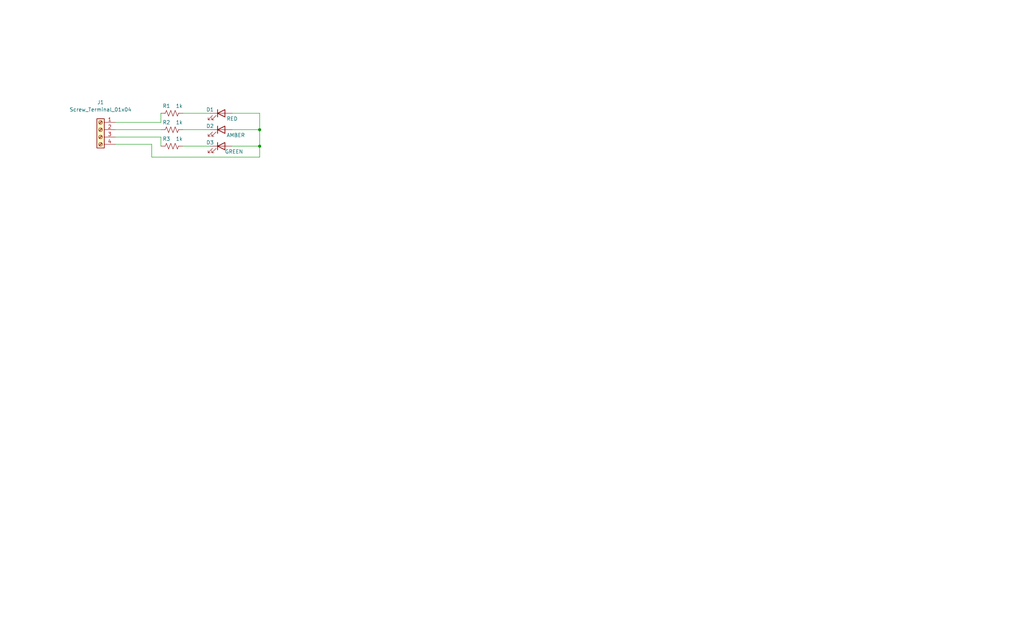
<source format=kicad_sch>
(kicad_sch (version 20211123) (generator eeschema)
  (paper "USLegal")
  (title_block (title "MSS Cascade Basic v1.0") (company "Iowa Scaled Engineering"))
  (lib_symbols
    (symbol "Connector:Screw_Terminal_01x04" (pin_names (offset 1.016) hide)
      (property "Reference" "J" (at 0 5.08 0))
      (property "Value" "Screw_Terminal_01x04" (at 0 -7.62 0))
      (symbol "Screw_Terminal_01x04_1_1"
        (rectangle (start -1.27 3.81) (end 1.27 -6.35) (stroke (width 0.254)) (fill (type background)))
        (circle (center 0 -5.08) (radius 0.635) (stroke (width 0.1524)))
        (circle (center 0 -2.54) (radius 0.635) (stroke (width 0.1524)))
        (polyline (pts (xy -0.5334 -4.7498) (xy 0.3302 -5.588)) (stroke (width 0.1524)))
        (polyline (pts (xy -0.5334 -2.2098) (xy 0.3302 -3.048)) (stroke (width 0.1524)))
        (polyline (pts (xy -0.5334 0.3302) (xy 0.3302 -0.508)) (stroke (width 0.1524)))
        (polyline (pts (xy -0.5334 2.8702) (xy 0.3302 2.032)) (stroke (width 0.1524)))
        (polyline (pts (xy -0.3556 -4.572) (xy 0.508 -5.4102)) (stroke (width 0.1524)))
        (polyline (pts (xy -0.3556 -2.032) (xy 0.508 -2.8702)) (stroke (width 0.1524)))
        (polyline (pts (xy -0.3556 0.508) (xy 0.508 -0.3302)) (stroke (width 0.1524)))
        (polyline (pts (xy -0.3556 3.048) (xy 0.508 2.2098)) (stroke (width 0.1524)))
        (circle (center 0 0) (radius 0.635) (stroke (width 0.1524)))
        (circle (center 0 2.54) (radius 0.635) (stroke (width 0.1524)))
        (pin passive line (at -5.08 2.54 0) (length 3.81) (name "Pin_1") (number "1"))
        (pin passive line (at -5.08 0 0) (length 3.81) (name "Pin_2") (number "2"))
        (pin passive line (at -5.08 -2.54 0) (length 3.81) (name "Pin_3") (number "3"))
        (pin passive line (at -5.08 -5.08 0) (length 3.81) (name "Pin_4") (number "4"))
      )
    )
    (symbol "Device:LED" (pin_numbers hide) (pin_names (offset 1.016) hide)
      (property "Reference" "D" (at 0 2.54 0))
      (property "Value" "LED" (at 0 -2.54 0))
      (symbol "LED_0_1"
        (polyline (pts (xy -1.27 -1.27) (xy -1.27 1.27)) (stroke (width 0.254)))
        (polyline (pts (xy -1.27 0) (xy 1.27 0)))
        (polyline (pts (xy 1.27 -1.27) (xy 1.27 1.27) (xy -1.27 0) (xy 1.27 -1.27)) (stroke (width 0.254)))
        (polyline (pts (xy -3.048 -0.762) (xy -4.572 -2.286) (xy -3.81 -2.286) (xy -4.572 -2.286) (xy -4.572 -1.524)))
        (polyline (pts (xy -1.778 -0.762) (xy -3.302 -2.286) (xy -2.54 -2.286) (xy -3.302 -2.286) (xy -3.302 -1.524)))
      )
      (symbol "LED_1_1"
        (pin passive line (at -3.81 0 0) (length 2.54) (name "K") (number "1"))
        (pin passive line (at 3.81 0 180) (length 2.54) (name "A") (number "2"))
      )
    )
    (symbol "Device:R_US" (pin_numbers hide) (pin_names (offset 0))
      (property "Reference" "R" (at 2.54 0 90))
      (property "Value" "R_US" (at -2.54 0 90))
      (symbol "R_US_0_1"
        (polyline (pts (xy 0 -2.286) (xy 0 -2.54)))
        (polyline (pts (xy 0 2.286) (xy 0 2.54)))
        (polyline (pts (xy 0 -0.762) (xy 1.016 -1.143) (xy 0 -1.524) (xy -1.016 -1.905) (xy 0 -2.286)))
        (polyline (pts (xy 0 0.762) (xy 1.016 0.381) (xy 0 0) (xy -1.016 -0.381) (xy 0 -0.762)))
        (polyline (pts (xy 0 2.286) (xy 1.016 1.905) (xy 0 1.524) (xy -1.016 1.143) (xy 0 0.762)))
      )
      (symbol "R_US_1_1"
        (pin passive line (at 0 3.81 270) (length 1.27) (name "~") (number "1"))
        (pin passive line (at 0 -3.81 90) (length 1.27) (name "~") (number "2"))
      )
    )
    (symbol "Mechanical:MountingHole_Pad" (pin_numbers hide) (pin_names (offset 1.016) hide)
      (property "Reference" "H" (at 0 6.35 0))
      (property "Value" "MountingHole_Pad" (at 0 4.445 0))
      (symbol "MountingHole_Pad_0_1"
        (circle (center 0 1.27) (radius 1.27) (stroke (width 1.27)))
      )
      (symbol "MountingHole_Pad_1_1"
        (pin input line (at 0 -2.54 90) (length 2.54) (name "1") (number "1"))
      )
    )
  )
  (junction (at 90.17 50.8))
  (junction (at 90.17 45.085))
  (wire (pts (xy 63.5 39.37) (xy 73.025 39.37)))
  (wire (pts (xy 80.645 39.37) (xy 90.17 39.37)))
  (wire (pts (xy 80.645 50.8) (xy 90.17 50.8)))
  (wire (pts (xy 40.005 50.165) (xy 52.705 50.165)))
  (wire (pts (xy 55.88 42.545) (xy 55.88 39.37)))
  (wire (pts (xy 52.705 54.61) (xy 90.17 54.61)))
  (wire (pts (xy 90.17 50.8) (xy 90.17 54.61)))
  (wire (pts (xy 52.705 50.165) (xy 52.705 54.61)))
  (wire (pts (xy 90.17 45.085) (xy 90.17 50.8)))
  (wire (pts (xy 90.17 39.37) (xy 90.17 45.085)))
  (wire (pts (xy 40.005 47.625) (xy 55.88 47.625)))
  (wire (pts (xy 40.005 45.085) (xy 55.88 45.085)))
  (wire (pts (xy 40.005 42.545) (xy 55.88 42.545)))
  (wire (pts (xy 55.88 47.625) (xy 55.88 50.8)))
  (wire (pts (xy 63.5 50.8) (xy 73.025 50.8)))
  (wire (pts (xy 80.645 45.085) (xy 90.17 45.085)))
  (wire (pts (xy 63.5 45.085) (xy 73.025 45.085)))
  (symbol (lib_id "Connector:Screw_Terminal_01x04") (at 34.925 45.085 0) (mirror y) (unit 1)
    (property "Reference" "J1" (at 34.925 35.56 0))
    (property "Value" "Screw_Terminal_01x04" (at 34.925 38.1 0))
    (property "Footprint" "TerminalBlock_Phoenix:TerminalBlock_Phoenix_MPT-0,5-4-2.54_1x04_P2.54mm_Horizontal" (effects hide))
  )
  (symbol (lib_id "Device:R_US") (at 59.69 45.085 270) (unit 1)
    (property "Reference" "R2" (at 57.785 42.545 90))
    (property "Value" "1k" (at 62.23 42.545 90))
    (property "Footprint" "Resistor_SMD:R_0805_2012Metric" (effects hide))
  )
  (symbol (lib_id "Device:LED") (at 76.835 50.8 0) (unit 1)
    (property "Reference" "D3" (at 74.295 49.53 0) (effects (justify right)))
    (property "Value" "GREEN" (at 84.455 52.705 0) (effects (justify right)))
    (property "Footprint" "LED_SMD:LED_0805_2012Metric" (effects hide))
  )
  (symbol (lib_id "Device:R_US") (at 59.69 39.37 270) (unit 1)
    (property "Reference" "R1" (at 57.785 36.83 90))
    (property "Value" "1k" (at 62.23 36.83 90))
    (property "Footprint" "Resistor_SMD:R_0805_2012Metric" (effects hide))
  )
  (symbol (lib_id "Device:R_US") (at 59.69 50.8 270) (unit 1)
    (property "Reference" "R3" (at 57.785 48.26 90))
    (property "Value" "1k" (at 62.23 48.26 90))
    (property "Footprint" "Resistor_SMD:R_0805_2012Metric" (effects hide))
  )
  (symbol (lib_id "Mechanical:MountingHole_Pad") (at 396.24 212.09 0) (unit 1)
    (property "Reference" "H2" (at 398.78 210.8199 0) (effects (justify left)))
    (property "Value" "MountingHole" (at 398.78 213.3599 0) (effects (justify left)))
    (property "Footprint" "MountingHole:MountingHole_3.2mm_M3_Pad" (effects hide))
  )
  (symbol (lib_id "Device:LED") (at 76.835 45.085 0) (unit 1)
    (property "Reference" "D2" (at 74.295 43.815 0) (effects (justify right)))
    (property "Value" "AMBER" (at 85.09 46.99 0) (effects (justify right)))
    (property "Footprint" "LED_SMD:LED_0805_2012Metric" (effects hide))
  )
  (symbol (lib_id "Mechanical:MountingHole_Pad") (at 396.24 219.71 0) (unit 1)
    (property "Reference" "H3" (at 398.78 218.4399 0) (effects (justify left)))
    (property "Value" "MountingHole" (at 398.78 220.9799 0) (effects (justify left)))
    (property "Footprint" "MountingHole:MountingHole_3.2mm_M3_Pad" (effects hide))
  )
  (symbol (lib_id "Mechanical:MountingHole_Pad") (at 396.24 227.33 0) (unit 1)
    (property "Reference" "H4" (at 398.78 226.0599 0) (effects (justify left)))
    (property "Value" "MountingHole" (at 398.78 228.5999 0) (effects (justify left)))
    (property "Footprint" "MountingHole:MountingHole_3.2mm_M3_Pad" (effects hide))
  )
  (symbol (lib_id "Device:LED") (at 76.835 39.37 0) (unit 1)
    (property "Reference" "D1" (at 74.295 38.1 0) (effects (justify right)))
    (property "Value" "RED" (at 82.55 41.275 0) (effects (justify right)))
    (property "Footprint" "LED_SMD:LED_0805_2012Metric" (effects hide))
  )
  (symbol (lib_id "Mechanical:MountingHole_Pad") (at 396.24 204.47 0) (unit 1)
    (property "Reference" "H1" (at 398.78 203.1999 0) (effects (justify left)))
    (property "Value" "MountingHole" (at 398.78 205.7399 0) (effects (justify left)))
    (property "Footprint" "MountingHole:MountingHole_3.2mm_M3_Pad" (effects hide))
  )
)
</source>
